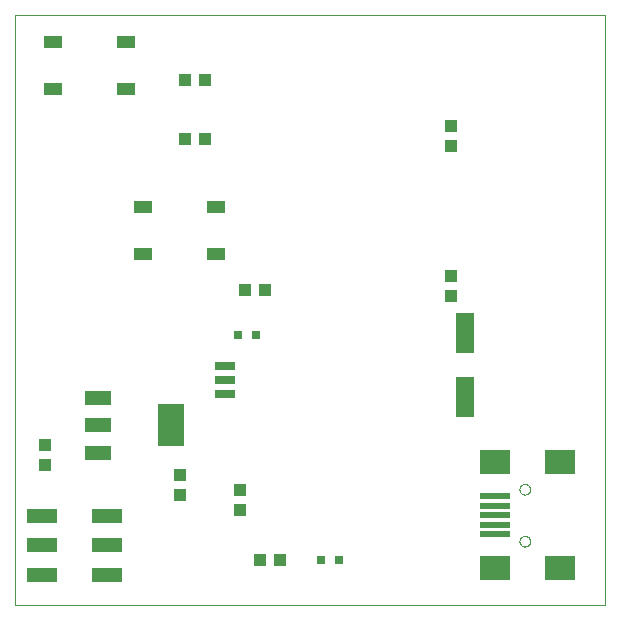
<source format=gtp>
G75*
%MOIN*%
%OFA0B0*%
%FSLAX25Y25*%
%IPPOS*%
%LPD*%
%AMOC8*
5,1,8,0,0,1.08239X$1,22.5*
%
%ADD10C,0.00000*%
%ADD11R,0.03937X0.04331*%
%ADD12R,0.06299X0.13780*%
%ADD13R,0.09843X0.01969*%
%ADD14R,0.09843X0.07874*%
%ADD15R,0.03150X0.03150*%
%ADD16R,0.09843X0.04724*%
%ADD17R,0.06496X0.03937*%
%ADD18R,0.08800X0.04800*%
%ADD19R,0.08661X0.14173*%
%ADD20R,0.06693X0.02756*%
D10*
X0003000Y0003001D02*
X0003000Y0199851D01*
X0199850Y0199851D01*
X0199850Y0003001D01*
X0003000Y0003001D01*
X0171228Y0024339D02*
X0171230Y0024423D01*
X0171236Y0024506D01*
X0171246Y0024589D01*
X0171260Y0024672D01*
X0171277Y0024754D01*
X0171299Y0024835D01*
X0171324Y0024914D01*
X0171353Y0024993D01*
X0171386Y0025070D01*
X0171422Y0025145D01*
X0171462Y0025219D01*
X0171505Y0025291D01*
X0171552Y0025360D01*
X0171602Y0025427D01*
X0171655Y0025492D01*
X0171711Y0025554D01*
X0171769Y0025614D01*
X0171831Y0025671D01*
X0171895Y0025724D01*
X0171962Y0025775D01*
X0172031Y0025822D01*
X0172102Y0025867D01*
X0172175Y0025907D01*
X0172250Y0025944D01*
X0172327Y0025978D01*
X0172405Y0026008D01*
X0172484Y0026034D01*
X0172565Y0026057D01*
X0172647Y0026075D01*
X0172729Y0026090D01*
X0172812Y0026101D01*
X0172895Y0026108D01*
X0172979Y0026111D01*
X0173063Y0026110D01*
X0173146Y0026105D01*
X0173230Y0026096D01*
X0173312Y0026083D01*
X0173394Y0026067D01*
X0173475Y0026046D01*
X0173556Y0026022D01*
X0173634Y0025994D01*
X0173712Y0025962D01*
X0173788Y0025926D01*
X0173862Y0025887D01*
X0173934Y0025845D01*
X0174004Y0025799D01*
X0174072Y0025750D01*
X0174137Y0025698D01*
X0174200Y0025643D01*
X0174260Y0025585D01*
X0174318Y0025524D01*
X0174372Y0025460D01*
X0174424Y0025394D01*
X0174472Y0025326D01*
X0174517Y0025255D01*
X0174558Y0025182D01*
X0174597Y0025108D01*
X0174631Y0025032D01*
X0174662Y0024954D01*
X0174689Y0024875D01*
X0174713Y0024794D01*
X0174732Y0024713D01*
X0174748Y0024631D01*
X0174760Y0024548D01*
X0174768Y0024464D01*
X0174772Y0024381D01*
X0174772Y0024297D01*
X0174768Y0024214D01*
X0174760Y0024130D01*
X0174748Y0024047D01*
X0174732Y0023965D01*
X0174713Y0023884D01*
X0174689Y0023803D01*
X0174662Y0023724D01*
X0174631Y0023646D01*
X0174597Y0023570D01*
X0174558Y0023496D01*
X0174517Y0023423D01*
X0174472Y0023352D01*
X0174424Y0023284D01*
X0174372Y0023218D01*
X0174318Y0023154D01*
X0174260Y0023093D01*
X0174200Y0023035D01*
X0174137Y0022980D01*
X0174072Y0022928D01*
X0174004Y0022879D01*
X0173934Y0022833D01*
X0173862Y0022791D01*
X0173788Y0022752D01*
X0173712Y0022716D01*
X0173634Y0022684D01*
X0173556Y0022656D01*
X0173475Y0022632D01*
X0173394Y0022611D01*
X0173312Y0022595D01*
X0173230Y0022582D01*
X0173146Y0022573D01*
X0173063Y0022568D01*
X0172979Y0022567D01*
X0172895Y0022570D01*
X0172812Y0022577D01*
X0172729Y0022588D01*
X0172647Y0022603D01*
X0172565Y0022621D01*
X0172484Y0022644D01*
X0172405Y0022670D01*
X0172327Y0022700D01*
X0172250Y0022734D01*
X0172175Y0022771D01*
X0172102Y0022811D01*
X0172031Y0022856D01*
X0171962Y0022903D01*
X0171895Y0022954D01*
X0171831Y0023007D01*
X0171769Y0023064D01*
X0171711Y0023124D01*
X0171655Y0023186D01*
X0171602Y0023251D01*
X0171552Y0023318D01*
X0171505Y0023387D01*
X0171462Y0023459D01*
X0171422Y0023533D01*
X0171386Y0023608D01*
X0171353Y0023685D01*
X0171324Y0023764D01*
X0171299Y0023843D01*
X0171277Y0023924D01*
X0171260Y0024006D01*
X0171246Y0024089D01*
X0171236Y0024172D01*
X0171230Y0024255D01*
X0171228Y0024339D01*
X0171228Y0041662D02*
X0171230Y0041746D01*
X0171236Y0041829D01*
X0171246Y0041912D01*
X0171260Y0041995D01*
X0171277Y0042077D01*
X0171299Y0042158D01*
X0171324Y0042237D01*
X0171353Y0042316D01*
X0171386Y0042393D01*
X0171422Y0042468D01*
X0171462Y0042542D01*
X0171505Y0042614D01*
X0171552Y0042683D01*
X0171602Y0042750D01*
X0171655Y0042815D01*
X0171711Y0042877D01*
X0171769Y0042937D01*
X0171831Y0042994D01*
X0171895Y0043047D01*
X0171962Y0043098D01*
X0172031Y0043145D01*
X0172102Y0043190D01*
X0172175Y0043230D01*
X0172250Y0043267D01*
X0172327Y0043301D01*
X0172405Y0043331D01*
X0172484Y0043357D01*
X0172565Y0043380D01*
X0172647Y0043398D01*
X0172729Y0043413D01*
X0172812Y0043424D01*
X0172895Y0043431D01*
X0172979Y0043434D01*
X0173063Y0043433D01*
X0173146Y0043428D01*
X0173230Y0043419D01*
X0173312Y0043406D01*
X0173394Y0043390D01*
X0173475Y0043369D01*
X0173556Y0043345D01*
X0173634Y0043317D01*
X0173712Y0043285D01*
X0173788Y0043249D01*
X0173862Y0043210D01*
X0173934Y0043168D01*
X0174004Y0043122D01*
X0174072Y0043073D01*
X0174137Y0043021D01*
X0174200Y0042966D01*
X0174260Y0042908D01*
X0174318Y0042847D01*
X0174372Y0042783D01*
X0174424Y0042717D01*
X0174472Y0042649D01*
X0174517Y0042578D01*
X0174558Y0042505D01*
X0174597Y0042431D01*
X0174631Y0042355D01*
X0174662Y0042277D01*
X0174689Y0042198D01*
X0174713Y0042117D01*
X0174732Y0042036D01*
X0174748Y0041954D01*
X0174760Y0041871D01*
X0174768Y0041787D01*
X0174772Y0041704D01*
X0174772Y0041620D01*
X0174768Y0041537D01*
X0174760Y0041453D01*
X0174748Y0041370D01*
X0174732Y0041288D01*
X0174713Y0041207D01*
X0174689Y0041126D01*
X0174662Y0041047D01*
X0174631Y0040969D01*
X0174597Y0040893D01*
X0174558Y0040819D01*
X0174517Y0040746D01*
X0174472Y0040675D01*
X0174424Y0040607D01*
X0174372Y0040541D01*
X0174318Y0040477D01*
X0174260Y0040416D01*
X0174200Y0040358D01*
X0174137Y0040303D01*
X0174072Y0040251D01*
X0174004Y0040202D01*
X0173934Y0040156D01*
X0173862Y0040114D01*
X0173788Y0040075D01*
X0173712Y0040039D01*
X0173634Y0040007D01*
X0173556Y0039979D01*
X0173475Y0039955D01*
X0173394Y0039934D01*
X0173312Y0039918D01*
X0173230Y0039905D01*
X0173146Y0039896D01*
X0173063Y0039891D01*
X0172979Y0039890D01*
X0172895Y0039893D01*
X0172812Y0039900D01*
X0172729Y0039911D01*
X0172647Y0039926D01*
X0172565Y0039944D01*
X0172484Y0039967D01*
X0172405Y0039993D01*
X0172327Y0040023D01*
X0172250Y0040057D01*
X0172175Y0040094D01*
X0172102Y0040134D01*
X0172031Y0040179D01*
X0171962Y0040226D01*
X0171895Y0040277D01*
X0171831Y0040330D01*
X0171769Y0040387D01*
X0171711Y0040447D01*
X0171655Y0040509D01*
X0171602Y0040574D01*
X0171552Y0040641D01*
X0171505Y0040710D01*
X0171462Y0040782D01*
X0171422Y0040856D01*
X0171386Y0040931D01*
X0171353Y0041008D01*
X0171324Y0041087D01*
X0171299Y0041166D01*
X0171277Y0041247D01*
X0171260Y0041329D01*
X0171246Y0041412D01*
X0171236Y0041495D01*
X0171230Y0041578D01*
X0171228Y0041662D01*
D11*
X0148500Y0106154D03*
X0148500Y0112847D03*
X0148500Y0156154D03*
X0148500Y0162847D03*
X0086346Y0108001D03*
X0079654Y0108001D03*
X0066346Y0158501D03*
X0059654Y0158501D03*
X0059654Y0178001D03*
X0066346Y0178001D03*
X0013000Y0056347D03*
X0013000Y0049654D03*
X0058000Y0046347D03*
X0058000Y0039654D03*
X0078000Y0041347D03*
X0078000Y0034654D03*
X0084654Y0018001D03*
X0091346Y0018001D03*
D12*
X0153000Y0072371D03*
X0153000Y0093630D03*
D13*
X0163157Y0039300D03*
X0163157Y0036150D03*
X0163157Y0033001D03*
X0163157Y0029851D03*
X0163157Y0026701D03*
D14*
X0163157Y0015284D03*
X0184811Y0015284D03*
X0184811Y0050717D03*
X0163157Y0050717D03*
D15*
X0110953Y0018001D03*
X0105047Y0018001D03*
X0083453Y0093001D03*
X0077547Y0093001D03*
D16*
X0033827Y0032843D03*
X0033827Y0023001D03*
X0033827Y0013158D03*
X0012173Y0013158D03*
X0012173Y0023001D03*
X0012173Y0032843D03*
D17*
X0045795Y0120126D03*
X0045795Y0135875D03*
X0070205Y0135875D03*
X0070205Y0120126D03*
X0040205Y0175126D03*
X0040205Y0190875D03*
X0015795Y0190875D03*
X0015795Y0175126D03*
D18*
X0030800Y0072101D03*
X0030800Y0063001D03*
X0030800Y0053901D03*
D19*
X0055201Y0063001D03*
D20*
X0073000Y0073276D03*
X0073000Y0078001D03*
X0073000Y0082725D03*
M02*

</source>
